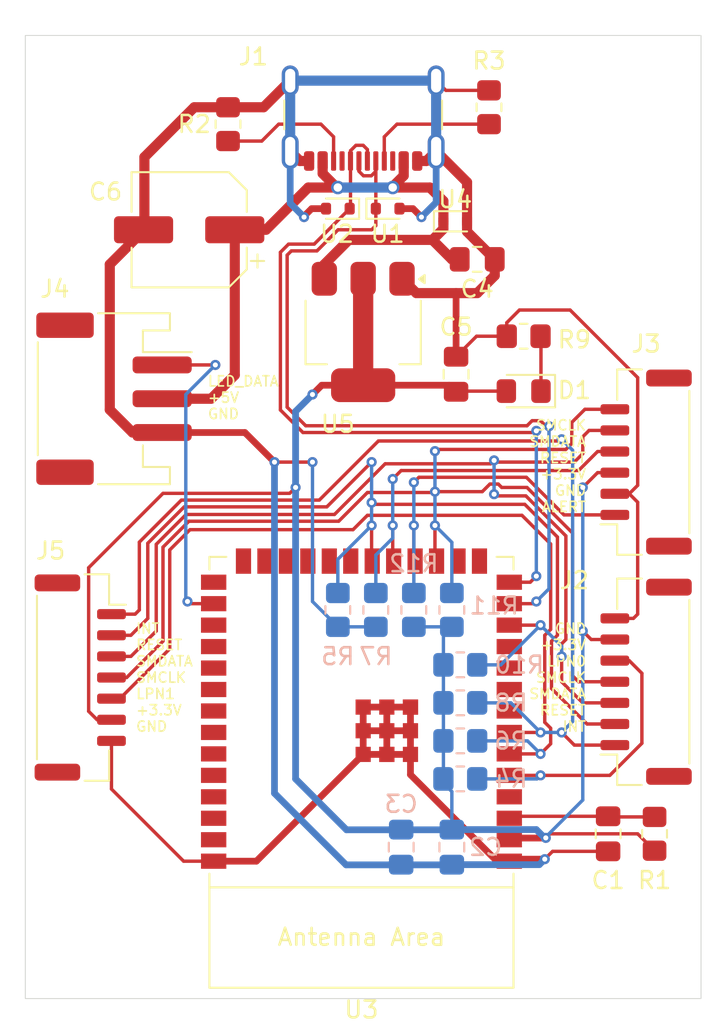
<source format=kicad_pcb>
(kicad_pcb (version 20240108) (generator "pcbnew") (generator_version "8.0")
  (layers (0 "F.Cu" signal) (31 "B.Cu" signal) (34 "B.Paste" user) (35 "F.Paste" user) (36 "B.SilkS" user "B.Silkscreen") (37 "F.SilkS" user "F.Silkscreen") (38 "B.Mask" user) (39 "F.Mask" user) (44 "Edge.Cuts" user))
  (net 0 "")
  (net 1 "GND")
  (net 2 "Net-(U3-EN)")
  (net 3 "+3.3V")
  (net 4 "+5V")
  (net 6 "USB_D-")
  (net 7 "Net-(J1-CC2)")
  (net 8 "USB_D+")
  (net 11 "Net-(J1-CC1)")
  (net 12 "ALERT")
  (net 13 "SMDATA")
  (net 14 "RESET")
  (net 15 "SMCLK")
  (net 16 "TOF_LPN0")
  (net 17 "TOF_RESET")
  (net 18 "TOF_LPN1")
  (net 19 "TOF_INT")
  (net 34 "LED_DATA")
  (net 45 "Net-(D1-K)")
  (footprint "PCM_Espressif:ESP32-S3-WROOM-1" (layer "F.Cu") (at 124.15 104.86 180)
    (property "Reference" "U3")
    (property "Value" "ESP32-S3-WROOM-1")
  )
  (footprint "Package_TO_SOT_SMD:SOT-223-3_TabPin2" (layer "F.Cu") (at 124.25 81.8 -90)
    (property "Reference" "U5")
    (property "Value" "TLV1117-33")
  )
  (footprint "Capacitor_SMD:C_0805_2012Metric_Pad1.18x1.45mm_HandSolder" (layer "F.Cu") (at 129.75 84.3 90)
    (property "Reference" "C5")
    (property "Value" "1uF")
  )
  (footprint "Logo:Snep_Copper" (layer "F.Cu") (at 138.5 75)
    (property "Reference" "G***" (hide yes))
    (property "Value" "LOGO" (hide yes))
  )
  (footprint "Diode_SMD:D_SOD-523" (layer "F.Cu") (at 129.7 75.25)
    (property "Reference" "U4")
    (property "Value" "TPD1E05U06DYA")
  )
  (footprint "Capacitor_SMD:C_0805_2012Metric_Pad1.18x1.45mm_HandSolder" (layer "F.Cu") (at 138.75 111.5 -90)
    (property "Reference" "C1")
    (property "Value" "1uF")
  )
  (footprint "Capacitor_SMD:C_0805_2012Metric_Pad1.18x1.45mm_HandSolder" (layer "F.Cu") (at 131 77.5)
    (property "Reference" "C4")
    (property "Value" "1uF")
  )
  (footprint "MountingHole:MountingHole_2.2mm_M2" (layer "F.Cu") (at 140.25 117.25)
    (property "Reference" "H4" (hide yes))
    (property "Value" "MountingHole")
  )
  (footprint "Connector_USB:USB_C_Receptacle_GCT_USB4105-xx-A_16P_TopMnt_Horizontal" (layer "F.Cu") (at 124.25 68 180)
    (property "Reference" "J1")
    (property "Value" "USB_C_Receptacle_USB2.0_16P")
  )
  (footprint "Resistor_SMD:R_0805_2012Metric_Pad1.20x1.40mm_HandSolder" (layer "F.Cu") (at 131.7 68.5 90)
    (property "Reference" "R3")
    (property "Value" "5.1k")
  )
  (footprint "Connector_JST:JST_GH_SM06B-GHS-TB_1x06-1MP_P1.25mm_Horizontal" (layer "F.Cu") (at 141 89.5 90)
    (property "Reference" "J3")
    (property "Value" "Conn_01x06_Socket")
  )
  (footprint "Connector_JST:JST_GH_SM07B-GHS-TB_1x07-1MP_P1.25mm_Horizontal" (layer "F.Cu") (at 107.5 102.25 -90)
    (property "Reference" "J5")
    (property "Value" "Conn_01x07_Socket")
  )
  (footprint "Connector_JST:JST_PH_S3B-PH-SM4-TB_1x03-1MP_P2.00mm_Horizontal" (layer "F.Cu") (at 109.5 85.75 -90)
    (property "Reference" "J4")
    (property "Value" "Conn_01x03_Socket")
  )
  (footprint "Resistor_SMD:R_0805_2012Metric_Pad1.20x1.40mm_HandSolder" (layer "F.Cu") (at 133.75 82.05 180)
    (property "Reference" "R9")
    (property "Value" "62R")
  )
  (footprint "Resistor_SMD:R_0805_2012Metric_Pad1.20x1.40mm_HandSolder" (layer "F.Cu") (at 116.25 69.5 90)
    (property "Reference" "R2")
    (property "Value" "5.1k")
  )
  (footprint "MountingHole:MountingHole_2.2mm_M2" (layer "F.Cu") (at 108.25 68.25)
    (property "Reference" "H2" (hide yes))
    (property "Value" "MountingHole")
  )
  (footprint "Diode_SMD:D_SOD-523" (layer "F.Cu") (at 122.75 74.5 180)
    (property "Reference" "U2")
    (property "Value" "TPD1E05U06DYA")
  )
  (footprint "MountingHole:MountingHole_2.2mm_M2" (layer "F.Cu") (at 108.25 117.25)
    (property "Reference" "H3" (hide yes))
    (property "Value" "MountingHole")
  )
  (footprint "Diode_SMD:D_SOD-523" (layer "F.Cu") (at 125.7 74.5)
    (property "Reference" "U1")
    (property "Value" "TPD1E05U06DYA")
  )
  (footprint "LED_SMD:LED_0805_2012Metric_Pad1.15x1.40mm_HandSolder" (layer "F.Cu") (at 133.75 85.3 180)
    (property "Reference" "D1")
    (property "Value" "LED")
  )
  (footprint "Resistor_SMD:R_0805_2012Metric_Pad1.20x1.40mm_HandSolder" (layer "F.Cu") (at 141.5 111.5 -90)
    (property "Reference" "R1")
    (property "Value" "10k")
  )
  (footprint "Connector_JST:JST_GH_SM07B-GHS-TB_1x07-1MP_P1.25mm_Horizontal" (layer "F.Cu") (at 141 102.5 90)
    (property "Reference" "J2")
    (property "Value" "Conn_01x07_Socket")
  )
  (footprint "MountingHole:MountingHole_2.2mm_M2" (layer "F.Cu") (at 140.25 68.25)
    (property "Reference" "H1" (hide yes))
    (property "Value" "MountingHole")
  )
  (footprint "Capacitor_SMD:CP_Elec_6.3x5.8" (layer "F.Cu") (at 113.95 75.75 180)
    (property "Reference" "C6")
    (property "Value" "100uF")
  )
  (footprint "Resistor_SMD:R_0805_2012Metric_Pad1.20x1.40mm_HandSolder" (layer "B.Cu") (at 122.75 98.25 90)
    (property "Reference" "R5")
    (property "Value" "47k")
  )
  (footprint "Resistor_SMD:R_0805_2012Metric_Pad1.20x1.40mm_HandSolder" (layer "B.Cu") (at 130 103.75 180)
    (property "Reference" "R8")
    (property "Value" "47k")
  )
  (footprint "Resistor_SMD:R_0805_2012Metric_Pad1.20x1.40mm_HandSolder" (layer "B.Cu") (at 125 98.25 90)
    (property "Reference" "R7")
    (property "Value" "10k")
  )
  (footprint "Capacitor_SMD:C_0805_2012Metric_Pad1.18x1.45mm_HandSolder" (layer "B.Cu") (at 129.5 112.2875 90)
    (property "Reference" "C2")
    (property "Value" "10uF")
  )
  (footprint "Resistor_SMD:R_0805_2012Metric_Pad1.20x1.40mm_HandSolder" (layer "B.Cu") (at 130 108.25 180)
    (property "Reference" "R4")
    (property "Value" "47k")
  )
  (footprint "Capacitor_SMD:C_0805_2012Metric_Pad1.18x1.45mm_HandSolder" (layer "B.Cu") (at 126.5 112.2875 90)
    (property "Reference" "C3")
    (property "Value" "0.1uF")
  )
  (footprint "Resistor_SMD:R_0805_2012Metric_Pad1.20x1.40mm_HandSolder" (layer "B.Cu") (at 129.5 98.25 -90)
    (property "Reference" "R11")
    (property "Value" "10k")
  )
  (footprint "Resistor_SMD:R_0805_2012Metric_Pad1.20x1.40mm_HandSolder" (layer "B.Cu") (at 130 101.5 180)
    (property "Reference" "R10")
    (property "Value" "10k")
  )
  (footprint "Resistor_SMD:R_0805_2012Metric_Pad1.20x1.40mm_HandSolder" (layer "B.Cu") (at 127.25 98.25 -90)
    (property "Reference" "R12")
    (property "Value" "10k")
  )
  (footprint "Resistor_SMD:R_0805_2012Metric_Pad1.20x1.40mm_HandSolder" (layer "B.Cu") (at 130 106 180)
    (property "Reference" "R6")
    (property "Value" "47k")
  )
  (gr_rect (start 104.25 64.25) (end 144.25 121.25) (stroke (width 0.05)) (fill none) (layer "Edge.Cuts"))
  (gr_text "SMCLK\nSMDATA\nRESET\n+3.3V\nGND\nALERT" (at 137.5 92.5 0) (layer "F.SilkS") (effects (font (size 0.6 0.6) (thickness 0.1) (bold yes)) (justify right bottom)))
  (gr_text "INT\nRESET\nSMDATA\nSMCLK\nLPN1\n+3.3V\nGND" (at 110.75 105.5 0) (layer "F.SilkS") (effects (font (size 0.6 0.6) (thickness 0.1)) (justify left bottom)))
  (gr_text "GND\n+3.3V\nLPN0\nSMCLK\nSMDATA\nRESET\nINT" (at 137.5 105.5 0) (layer "F.SilkS") (effects (font (size 0.6 0.6) (thickness 0.1) (bold yes)) (justify right bottom)))
  (gr_text "LED_DATA\n+5V\nGND" (at 115 87 0) (layer "F.SilkS") (effects (font (size 0.6 0.6) (thickness 0.1)) (justify left bottom)))
  (segment (start 127.995 71.68) (end 128.57 71.105) (width 0.6) (layer "F.Cu") (net 1))
  (segment (start 126.55 78.65) (end 127.4 79.5) (width 0.6) (layer "F.Cu") (net 1))
  (segment (start 117.93 113.12) (end 124.25 106.8) (width 0.4) (layer "F.Cu") (net 1))
  (segment (start 129.145 67.5) (end 128.57 66.925) (width 0.2) (layer "F.Cu") (net 1))
  (segment (start 111.3 75.75) (end 111.3 71.45) (width 0.6) (layer "F.Cu") (net 1))
  (segment (start 127.45 71.68) (end 127.995 71.68) (width 0.6) (layer "F.Cu") (net 1))
  (segment (start 109.35 108.85) (end 109.35 106) (width 0.2) (layer "F.Cu") (net 1))
  (segment (start 110.6 87.75) (end 112.35 87.75) (width 0.6) (layer "F.Cu") (net 1))
  (segment (start 121.05 71.68) (end 120.505 71.68) (width 0.6) (layer "F.Cu") (net 1))
  (segment (start 127.2 74.5) (end 127.7 75) (width 0.4) (layer "F.Cu") (net 1))
  (segment (start 125.65 104) (end 125.65 106.8) (width 0.4) (layer "F.Cu") (net 1))
  (segment (start 109.25 77.8) (end 109.25 86.4) (width 0.6) (layer "F.Cu") (net 1))
  (segment (start 129.75 79.5) (end 131 79.5) (width 0.6) (layer "F.Cu") (net 1))
  (segment (start 129.75 83.2625) (end 129.75 79.5) (width 0.4) (layer "F.Cu") (net 1))
  (segment (start 131.7 67.5) (end 129.145 67.5) (width 0.2) (layer "F.Cu") (net 1))
  (segment (start 140.5 91.875001) (end 139.999999 91.375) (width 0.2) (layer "F.Cu") (net 1))
  (segment (start 120.505 71.68) (end 119.93 71.105) (width 0.6) (layer "F.Cu") (net 1))
  (segment (start 130.4 75.25) (end 130.4 72.935) (width 0.6) (layer "F.Cu") (net 1))
  (segment (start 132.75 81.25) (end 132.75 82.05) (width 0.2) (layer "F.Cu") (net 1))
  (segment (start 115.4 113.12) (end 117.93 113.12) (width 0.4) (layer "F.Cu") (net 1))
  (segment (start 122.05 74.5) (end 121.2 74.5) (width 0.4) (layer "F.Cu") (net 1))
  (segment (start 124.25 106.8) (end 124.25 104) (width 0.4) (layer "F.Cu") (net 1))
  (segment (start 133.02 113) (end 132.9 113.12) (width 0.4) (layer "F.Cu") (net 1))
  (segment (start 139.999999 91.375) (end 140.5 90.874999) (width 0.2) (layer "F.Cu") (net 1))
  (segment (start 118.355 68.5) (end 119.93 66.925) (width 0.6) (layer "F.Cu") (net 1))
  (segment (start 127.05 108) (end 132.17 113.12) (width 0.4) (layer "F.Cu") (net 1))
  (segment (start 135.4625 112.5375) (end 135 113) (width 0.2) (layer "F.Cu") (net 1))
  (segment (start 139.15 98.75) (end 140.25 98.75) (width 0.2) (layer "F.Cu") (net 1))
  (segment (start 130.4 75.8625) (end 132.0375 77.5) (width 0.6) (layer "F.Cu") (net 1))
  (segment (start 130.9625 82.05) (end 132.75 82.05) (width 0.2) (layer "F.Cu") (net 1))
  (segment (start 115.4 113.12) (end 113.62 113.12) (width 0.2) (layer "F.Cu") (net 1))
  (segment (start 117.25 87.75) (end 112.35 87.75) (width 0.4) (layer "F.Cu") (net 1))
  (segment (start 124.25 104) (end 127.05 104) (width 0.4) (layer "F.Cu") (net 1))
  (segment (start 140.5 90.874999) (end 140.5 84.5) (width 0.2) (layer "F.Cu") (net 1))
  (segment (start 140.5 84.5) (end 136.5 80.5) (width 0.2) (layer "F.Cu") (net 1))
  (segment (start 132.0375 78.4625) (end 132.0375 77.5) (width 0.6) (layer "F.Cu") (net 1))
  (segment (start 124.25 105.4) (end 127.05 105.4) (width 0.4) (layer "F.Cu") (net 1))
  (segment (start 130.4 72.935) (end 128.57 71.105) (width 0.6) (layer "F.Cu") (net 1))
  (segment (start 113.62 113.12) (end 109.35 108.85) (width 0.2) (layer "F.Cu") (net 1))
  (segment (start 133.5 80.5) (end 132.75 81.25) (width 0.2) (layer "F.Cu") (net 1))
  (segment (start 132.17 113.12) (end 132.9 113.12) (width 0.4) (layer "F.Cu") (net 1))
  (segment (start 127.05 106.8) (end 124.25 106.8) (width 0.4) (layer "F.Cu") (net 1))
  (segment (start 114.25 68.5) (end 116.25 68.5) (width 0.6) (layer "F.Cu") (net 1))
  (segment (start 139.15 91.375) (end 139.999999 91.375) (width 0.2) (layer "F.Cu") (net 1))
  (segment (start 131 79.5) (end 132.0375 78.4625) (width 0.6) (layer "F.Cu") (net 1))
  (segment (start 130.4 75.25) (end 130.4 75.8625) (width 0.6) (layer "F.Cu") (net 1))
  (segment (start 111.3 75.75) (end 109.25 77.8) (width 0.6) (layer "F.Cu") (net 1))
  (segment (start 121.25 89.5) (end 119 89.5) (width 0.2) (layer "F.Cu") (net 1))
  (segment (start 127.05 104) (end 127.05 106.8) (width 0.4) (layer "F.Cu") (net 1))
  (segment (start 126.4 74.5) (end 127.2 74.5) (width 0.4) (layer "F.Cu") (net 1))
  (segment (start 136.5 80.5) (end 133.5 80.5) (width 0.2) (layer "F.Cu") (net 1))
  (segment (start 119 89.5) (end 117.25 87.75) (width 0.4) (layer "F.Cu") (net 1))
  (segment (start 140.25 98.75) (end 140.5 98.5) (width 0.2) (layer "F.Cu") (net 1))
  (segment (start 127.4 79.5) (end 129.75 79.5) (width 0.6) (layer "F.Cu") (net 1))
  (segment (start 135 113) (end 133.02 113) (width 0.4) (layer "F.Cu") (net 1))
  (segment (start 130.9625 82.05) (end 129.75 83.2625) (width 0.2) (layer "F.Cu") (net 1))
  (segment (start 140.5 98.5) (end 140.5 91.875001) (width 0.2) (layer "F.Cu") (net 1))
  (segment (start 109.25 86.4) (end 110.6 87.75) (width 0.6) (layer "F.Cu") (net 1))
  (segment (start 121.2 74.5) (end 120.7 75) (width 0.4) (layer "F.Cu") (net 1))
  (segment (start 138.75 112.5375) (end 135.4625 112.5375) (width 0.2) (layer "F.Cu") (net 1))
  (segment (start 111.3 71.45) (end 114.25 68.5) (width 0.6) (layer "F.Cu") (net 1))
  (segment (start 127.05 106.8) (end 127.05 108) (width 0.4) (layer "F.Cu") (net 1))
  (segment (start 116.25 68.5) (end 118.355 68.5) (width 0.6) (layer "F.Cu") (net 1))
  (via (at 120.75 75) (size 0.6) (drill 0.3) (layers "F.Cu" "B.Cu") (net 1))
  (via (at 121.25 89.5) (size 0.6) (drill 0.3) (layers "F.Cu" "B.Cu") (net 1))
  (via (at 135 113) (size 0.6) (drill 0.3) (layers "F.Cu" "B.Cu") (net 1))
  (via (at 127.7 75) (size 0.6) (drill 0.3) (layers "F.Cu" "B.Cu") (net 1))
  (via (at 119 89.5) (size 0.6) (drill 0.3) (layers "F.Cu" "B.Cu") (net 1))
  (segment (start 129.5 113.325) (end 134.675 113.325) (width 0.4) (layer "B.Cu") (net 1))
  (segment (start 120.75 75) (end 119.93 74.18) (width 0.4) (layer "B.Cu") (net 1))
  (segment (start 119.93 66.925) (end 119.93 71.105) (width 0.6) (layer "B.Cu") (net 1))
  (segment (start 128.57 74.13) (end 128.57 71.105) (width 0.4) (layer "B.Cu") (net 1))
  (segment (start 125.75 113.3375) (end 129.4875 113.3375) (width 0.4) (layer "B.Cu") (net 1))
  (segment (start 121.25 97.75) (end 121.25 89.5) (width 0.2) (layer "B.Cu") (net 1))
  (segment (start 119.93 74.18) (end 119.93 71.105) (width 0.4) (layer "B.Cu") (net 1))
  (segment (start 119 109.098528) (end 123.238972 113.3375) (width 0.4) (layer "B.Cu") (net 1))
  (segment (start 123.238972 113.3375) (end 125.75 113.3375) (width 0.4) (layer "B.Cu") (net 1))
  (segment (start 119 89.5) (end 119 109.098528) (width 0.4) (layer "B.Cu") (net 1))
  (segment (start 127.7 75) (end 128.57 74.13) (width 0.4) (layer "B.Cu") (net 1))
  (segment (start 122.75 99.25) (end 125 99.25) (width 0.2) (layer "B.Cu") (net 1))
  (segment (start 122.75 99.25) (end 121.25 97.75) (width 0.2) (layer "B.Cu") (net 1))
  (segment (start 129.4875 113.3375) (end 129.5 113.325) (width 0.4) (layer "B.Cu") (net 1))
  (segment (start 128.57 66.925) (end 128.57 71.105) (width 0.6) (layer "B.Cu") (net 1))
  (segment (start 119.93 66.925) (end 128.57 66.925) (width 0.6) (layer "B.Cu") (net 1))
  (segment (start 134.675 113.325) (end 135 113) (width 0.4) (layer "B.Cu") (net 1))
  (segment (start 138.75 110.4625) (end 133.0175 110.4625) (width 0.2) (layer "F.Cu") (net 2))
  (segment (start 138.7875 110.5) (end 138.75 110.4625) (width 0.2) (layer "F.Cu") (net 2))
  (segment (start 141.5 110.5) (end 138.7875 110.5) (width 0.2) (layer "F.Cu") (net 2))
  (segment (start 133.0175 110.4625) (end 132.9 110.58) (width 0.2) (layer "F.Cu") (net 2))
  (segment (start 135 111.75) (end 133 111.75) (width 0.4) (layer "F.Cu") (net 3))
  (segment (start 140.5 111.5) (end 135.301628 111.5) (width 0.2) (layer "F.Cu") (net 3))
  (segment (start 139.15 100) (end 137.75 100) (width 0.2) (layer "F.Cu") (net 3))
  (segment (start 108 104.249999) (end 108.500001 104.75) (width 0.2) (layer "F.Cu") (net 3))
  (segment (start 129.3625 84.95) (end 129.75 85.3375) (width 0.4) (layer "F.Cu") (net 3))
  (segment (start 141.5 112.5) (end 140.5 111.5) (width 0.2) (layer "F.Cu") (net 3))
  (segment (start 135.301628 111.5) (end 135.061226 111.740402) (width 0.2) (layer "F.Cu") (net 3))
  (segment (start 139.15 90.125) (end 138.125 90.125) (width 0.2) (layer "F.Cu") (net 3))
  (segment (start 124.25 84.95) (end 121.8 84.95) (width 0.4) (layer "F.Cu") (net 3))
  (segment (start 124.25 78.65) (end 124.25 84.95) (width 1.2) (layer "F.Cu") (net 3))
  (segment (start 129.7875 85.3) (end 129.75 85.3375) (width 0.2) (layer "F.Cu") (net 3))
  (segment (start 121.8 84.95) (end 121.25 85.5) (width 0.4) (layer "F.Cu") (net 3))
  (segment (start 112.4 91.35) (end 108 95.75) (width 0.2) (layer "F.Cu") (net 3))
  (segment (start 108.500001 104.75) (end 109.35 104.75) (width 0.2) (layer "F.Cu") (net 3))
  (segment (start 137.75 100) (end 137.25 99.5) (width 0.2) (layer "F.Cu") (net 3))
  (segment (start 133 111.75) (end 132.9 111.85) (width 0.4) (layer "F.Cu") (net 3))
  (segment (start 119.9 91.35) (end 112.4 91.35) (width 0.2) (layer "F.Cu") (net 3))
  (segment (start 120.25 91) (end 119.9 91.35) (width 0.2) (layer "F.Cu") (net 3))
  (segment (start 124.25 84.95) (end 129.3625 84.95) (width 0.4) (layer "F.Cu") (net 3))
  (segment (start 108 95.75) (end 108 104.249999) (width 0.2) (layer "F.Cu") (net 3))
  (segment (start 132.725 85.3) (end 129.7875 85.3) (width 0.2) (layer "F.Cu") (net 3))
  (segment (start 138.125 90.125) (end 137.25 91) (width 0.2) (layer "F.Cu") (net 3))
  (via (at 137.25 99.5) (size 0.6) (drill 0.3) (layers "F.Cu" "B.Cu") (net 3))
  (via (at 120.25 91) (size 0.6) (drill 0.3) (layers "F.Cu" "B.Cu") (net 3))
  (via (at 121.25 85.5) (size 0.6) (drill 0.3) (layers "F.Cu" "B.Cu") (net 3))
  (via (at 135.061226 111.740402) (size 0.6) (drill 0.3) (layers "F.Cu" "B.Cu") (net 3))
  (via (at 137.25 91) (size 0.6) (drill 0.3) (layers "F.Cu" "B.Cu") (net 3))
  (segment (start 129 101.5) (end 129 99.75) (width 0.2) (layer "B.Cu") (net 3))
  (segment (start 137.25 91) (end 137.25 99.5) (width 0.2) (layer "B.Cu") (net 3))
  (segment (start 120.25 108.25) (end 120.25 86.5) (width 0.4) (layer "B.Cu") (net 3))
  (segment (start 123.2625 111.2625) (end 120.25 108.25) (width 0.4) (layer "B.Cu") (net 3))
  (segment (start 137.25 109.5) (end 135 111.75) (width 0.2) (layer "B.Cu") (net 3))
  (segment (start 120.25 86.5) (end 121.25 85.5) (width 0.4) (layer "B.Cu") (net 3))
  (segment (start 129 99.75) (end 129.5 99.25) (width 0.2) (layer "B.Cu") (net 3))
  (segment (start 125.75 111.2625) (end 123.2625 111.2625) (width 0.4) (layer "B.Cu") (net 3))
  (segment (start 137.25 99.5) (end 137.25 109.5) (width 0.2) (layer "B.Cu") (net 3))
  (segment (start 129 108.5) (end 129.5 109) (width 0.2) (layer "B.Cu") (net 3))
  (segment (start 129 108.25) (end 129 101.5) (width 0.2) (layer "B.Cu") (net 3))
  (segment (start 129.5 109) (end 129.5 111.25) (width 0.2) (layer "B.Cu") (net 3))
  (segment (start 129.4875 111.2625) (end 129.5 111.25) (width 0.4) (layer "B.Cu") (net 3))
  (segment (start 127.25 99.25) (end 129.5 99.25) (width 0.2) (layer "B.Cu") (net 3))
  (segment (start 134.5 111.25) (end 135 111.75) (width 0.4) (layer "B.Cu") (net 3))
  (segment (start 129 108.25) (end 129 108.5) (width 0.2) (layer "B.Cu") (net 3))
  (segment (start 129.5 111.25) (end 134.5 111.25) (width 0.4) (layer "B.Cu") (net 3))
  (segment (start 125.75 111.2625) (end 129.4875 111.2625) (width 0.4) (layer "B.Cu") (net 3))
  (segment (start 123.4 76.35) (end 121.95 77.8) (width 0.6) (layer "F.Cu") (net 4))
  (segment (start 121.95 77.8) (end 121.95 78.65) (width 0.6) (layer "F.Cu") (net 4))
  (segment (start 122.75 73.25) (end 122.679748 73.25) (width 0.6) (layer "F.Cu") (net 4))
  (segment (start 122.75 73.25) (end 121 73.25) (width 0.6) (layer "F.Cu") (net 4))
  (segment (start 115.25 85.75) (end 112.35 85.75) (width 0.6) (layer "F.Cu") (net 4))
  (segment (start 129 74.05) (end 129 75.25) (width 0.6) (layer "F.Cu") (net 4))
  (segment (start 128.2 73.25) (end 129 74.05) (width 0.6) (layer "F.Cu") (net 4))
  (segment (start 122.679748 73.25) (end 121.85 72.420252) (width 0.6) (layer "F.Cu") (net 4))
  (segment (start 128.35 76.35) (end 129.5 77.5) (width 0.6) (layer "F.Cu") (net 4))
  (segment (start 121.85 72.420252) (end 121.85 71.68) (width 0.6) (layer "F.Cu") (net 4))
  (segment (start 118.5 75.75) (end 121 73.25) (width 0.6) (layer "F.Cu") (net 4))
  (segment (start 128.35 76.35) (end 123.4 76.35) (width 0.6) (layer "F.Cu") (net 4))
  (segment (start 128.35 76.35) (end 129 75.7) (width 0.6) (layer "F.Cu") (net 4))
  (segment (start 129 75.25) (end 129 75.7) (width 0.6) (layer "F.Cu") (net 4))
  (segment (start 126 73.25) (end 126 73.2) (width 0.6) (layer "F.Cu") (net 4))
  (segment (start 116.65 75.75) (end 116.65 84.35) (width 0.6) (layer "F.Cu") (net 4))
  (segment (start 116.65 84.35) (end 115.25 85.75) (width 0.6) (layer "F.Cu") (net 4))
  (segment (start 126 73.25) (end 128.2 73.25) (width 0.6) (layer "F.Cu") (net 4))
  (segment (start 116.7 75.75) (end 118.5 75.75) (width 0.6) (layer "F.Cu") (net 4))
  (segment (start 126.65 72.55) (end 126.65 71.68) (width 0.6) (layer "F.Cu") (net 4))
  (segment (start 126 73.2) (end 126.65 72.55) (width 0.6) (layer "F.Cu") (net 4))
  (segment (start 129.5 77.5) (end 129.9625 77.5) (width 0.6) (layer "F.Cu") (net 4))
  (via (at 126 73.25) (size 0.8) (drill 0.5) (layers "F.Cu" "B.Cu") (net 4))
  (via (at 122.75 73.25) (size 0.8) (drill 0.5) (layers "F.Cu" "B.Cu") (net 4))
  (segment (start 122.75 73.25) (end 126 73.25) (width 0.6) (layer "B.Cu") (net 4))
  (segment (start 124.73241 72.555) (end 125 72.28741) (width 0.2) (layer "F.Cu") (net 6))
  (segment (start 125 75.5) (end 125 74.5) (width 0.2) (layer "F.Cu") (net 6))
  (segment (start 134.251471 87.05) (end 133.951471 87.35) (width 0.2) (layer "F.Cu") (net 6))
  (segment (start 134.5 97.75) (end 134.37 97.88) (width 0.2) (layer "F.Cu") (net 6))
  (segment (start 134.748529 87.05) (end 134.251471 87.05) (width 0.2) (layer "F.Cu") (net 6))
  (segment (start 135.078057 87.379528) (end 134.748529 87.05) (width 0.2) (layer "F.Cu") (net 6))
  (segment (start 120.85 87.35) (end 119.75 86.25) (width 0.2) (layer "F.Cu") (net 6))
  (segment (start 119.75 77.25) (end 120 77) (width 0.2) (layer "F.Cu") (net 6))
  (segment (start 119.75 86.25) (end 119.75 77.25) (width 0.2) (layer "F.Cu") (net 6))
  (segment (start 124.26759 72.555) (end 124.73241 72.555) (width 0.2) (layer "F.Cu") (net 6))
  (segment (start 124 72.28741) (end 124.26759 72.555) (width 0.2) (layer "F.Cu") (net 6))
  (segment (start 124.75 75.75) (end 125 75.5) (width 0.2) (layer "F.Cu") (net 6))
  (segment (start 122.765686 75.75) (end 124.75 75.75) (width 0.2) (layer "F.Cu") (net 6))
  (segment (start 124 71.68) (end 124 72.28741) (width 0.2) (layer "F.Cu") (net 6))
  (segment (start 125 72.28741) (end 125 71.68) (width 0.2) (layer "F.Cu") (net 6))
  (segment (start 134.37 97.88) (end 132.9 97.88) (width 0.2) (layer "F.Cu") (net 6))
  (segment (start 133.951471 87.35) (end 120.85 87.35) (width 0.2) (layer "F.Cu") (net 6))
  (segment (start 120 77) (end 121.515686 77) (width 0.2) (layer "F.Cu") (net 6))
  (segment (start 121.515686 77) (end 122.765686 75.75) (width 0.2) (layer "F.Cu") (net 6))
  (segment (start 125 71.68) (end 125 74.5) (width 0.2) (layer "F.Cu") (net 6))
  (segment (start 135.252893 87.379528) (end 135.078057 87.379528) (width 0.2) (layer "F.Cu") (net 6))
  (via (at 135.252893 87.379528) (size 0.6) (drill 0.3) (layers "F.Cu" "B.Cu") (net 6))
  (via (at 134.5 97.75) (size 0.6) (drill 0.3) (layers "F.Cu" "B.Cu") (net 6))
  (segment (start 135.25 97) (end 135.25 87.382421) (width 0.2) (layer "B.Cu") (net 6))
  (segment (start 135.25 87.382421) (end 135.252893 87.379528) (width 0.2) (layer "B.Cu") (net 6))
  (segment (start 134.5 97.75) (end 135.25 97) (width 0.2) (layer "B.Cu") (net 6))
  (segment (start 118.25 70.5) (end 116.25 70.5) (width 0.2) (layer "F.Cu") (net 7))
  (segment (start 119.25 69.5) (end 121.75 69.5) (width 0.2) (layer "F.Cu") (net 7))
  (segment (start 121.75 69.5) (end 122.5 70.25) (width 0.2) (layer "F.Cu") (net 7))
  (segment (start 119.25 69.5) (end 118.25 70.5) (width 0.2) (layer "F.Cu") (net 7))
  (segment (start 122.5 70.25) (end 122.5 71.68) (width 0.2) (layer "F.Cu") (net 7))
  (segment (start 119.834314 76.6) (end 119.35 77.084314) (width 0.2) (layer "F.Cu") (net 8))
  (segment (start 123.5 71.07259) (end 123.82259 70.75) (width 0.2) (layer "F.Cu") (net 8))
  (segment (start 121.35 76.6) (end 119.834314 76.6) (width 0.2) (layer "F.Cu") (net 8))
  (segment (start 123.5 71.68) (end 123.5 71.07259) (width 0.2) (layer "F.Cu") (net 8))
  (segment (start 120.684314 87.75) (end 134.4 87.75) (width 0.2) (layer "F.Cu") (net 8))
  (segment (start 124.5 71) (end 124.5 71.68) (width 0.2) (layer "F.Cu") (net 8))
  (segment (start 119.35 77.084314) (end 119.35 86.415686) (width 0.2) (layer "F.Cu") (net 8))
  (segment (start 134.4 87.75) (end 134.5 87.65) (width 0.2) (layer "F.Cu") (net 8))
  (segment (start 123.5 74.45) (end 123.45 74.5) (width 0.2) (layer "F.Cu") (net 8))
  (segment (start 123.82259 70.75) (end 124.25 70.75) (width 0.2) (layer "F.Cu") (net 8))
  (segment (start 134.5 96.25) (end 134.14 96.61) (width 0.2) (layer "F.Cu") (net 8))
  (segment (start 119.35 86.415686) (end 120.684314 87.75) (width 0.2) (layer "F.Cu") (net 8))
  (segment (start 134.14 96.61) (end 132.9 96.61) (width 0.2) (layer "F.Cu") (net 8))
  (segment (start 123.5 71.68) (end 123.5 74.45) (width 0.2) (layer "F.Cu") (net 8))
  (segment (start 123.45 74.5) (end 121.35 76.6) (width 0.2) (layer "F.Cu") (net 8))
  (segment (start 124.25 70.75) (end 124.5 71) (width 0.2) (layer "F.Cu") (net 8))
  (via (at 134.5 87.65) (size 0.6) (drill 0.3) (layers "F.Cu" "B.Cu") (net 8))
  (via (at 134.5 96.25) (size 0.6) (drill 0.3) (layers "F.Cu" "B.Cu") (net 8))
  (segment (start 134.5 87.65) (end 134.5 96.25) (width 0.2) (layer "B.Cu") (net 8))
  (segment (start 125.5 70.25) (end 126.25 69.5) (width 0.2) (layer "F.Cu") (net 11))
  (segment (start 125.5 71.68) (end 125.5 70.25) (width 0.2) (layer "F.Cu") (net 11))
  (segment (start 126.25 69.5) (end 131.7 69.5) (width 0.2) (layer "F.Cu") (net 11))
  (segment (start 127.25 90.7) (end 127.55 90.4) (width 0.2) (layer "F.Cu") (net 12))
  (segment (start 127.25 93.25) (end 127.25 95.285) (width 0.2) (layer "F.Cu") (net 12))
  (segment (start 127.55 90.4) (end 133.912744 90.4) (width 0.2) (layer "F.Cu") (net 12))
  (segment (start 136.137744 92.625) (end 139.9 92.625) (width 0.2) (layer "F.Cu") (net 12))
  (segment (start 127.25 95.285) (end 127.325 95.36) (width 0.2) (layer "F.Cu") (net 12))
  (segment (start 133.912744 90.4) (end 136.137744 92.625) (width 0.2) (layer "F.Cu") (net 12))
  (via (at 127.25 90.7) (size 0.6) (drill 0.3) (layers "F.Cu" "B.Cu") (net 12))
  (via (at 127.25 93.25) (size 0.6) (drill 0.3) (layers "F.Cu" "B.Cu") (net 12))
  (segment (start 127.25 97.25) (end 127.25 93.25) (width 0.2) (layer "B.Cu") (net 12))
  (segment (start 127.25 90.7) (end 127.25 93.25) (width 0.2) (layer "B.Cu") (net 12))
  (segment (start 137.625 87.625) (end 139.15 87.625) (width 0.2) (layer "F.Cu") (net 13))
  (segment (start 136 101) (end 136 102.5) (width 0.2) (layer "F.Cu") (net 13))
  (segment (start 136.25 100) (end 136.25 93.868628) (width 0.2) (layer "F.Cu") (net 13))
  (segment (start 112 99.5) (end 112 94.368628) (width 0.2) (layer "F.Cu") (net 13))
  (segment (start 110.5 101) (end 112 99.5) (width 0.2) (layer "F.Cu") (net 13))
  (segment (start 131.8 89.6) (end 132 89.4) (width 0.2) (layer "F.Cu") (net 13))
  (segment (start 122.551471 92.6) (end 125.551471 89.6) (width 0.2) (layer "F.Cu") (net 13))
  (segment (start 134.75 99.15) (end 132.9 99.15) (width 0.2) (layer "F.Cu") (net 13))
  (segment (start 112 94.368628) (end 113.768628 92.6) (width 0.2) (layer "F.Cu") (net 13))
  (segment (start 136 101) (end 136 100.25) (width 0.2) (layer "F.Cu") (net 13))
  (segment (start 136.25 93.868628) (end 133.881372 91.5) (width 0.2) (layer "F.Cu") (net 13))
  (segment (start 136 102.5) (end 137.25 103.75) (width 0.2) (layer "F.Cu") (net 13))
  (segment (start 109.35 101) (end 110.5 101) (width 0.2) (layer "F.Cu") (net 13))
  (segment (start 136 100.25) (end 136.25 100) (width 0.2) (layer "F.Cu") (net 13))
  (segment (start 133.881372 91.5) (end 132.1 91.5) (width 0.2) (layer "F.Cu") (net 13))
  (segment (start 137.25 103.75) (end 139.15 103.75) (width 0.2) (layer "F.Cu") (net 13))
  (segment (start 132.1 91.5) (end 132 91.4) (width 0.2) (layer "F.Cu") (net 13))
  (segment (start 132.1 89.5) (end 136.75 89.5) (width 0.2) (layer "F.Cu") (net 13))
  (segment (start 136.75 89.5) (end 137.25 89) (width 0.2) (layer "F.Cu") (net 13))
  (segment (start 125.551471 89.6) (end 131.8 89.6) (width 0.2) (layer "F.Cu") (net 13))
  (segment (start 137.25 89) (end 137.25 88) (width 0.2) (layer "F.Cu") (net 13))
  (segment (start 113.768628 92.6) (end 122.551471 92.6) (width 0.2) (layer "F.Cu") (net 13))
  (segment (start 137.25 88) (end 137.625 87.625) (width 0.2) (layer "F.Cu") (net 13))
  (segment (start 132 89.4) (end 132.1 89.5) (width 0.2) (layer "F.Cu") (net 13))
  (via (at 136 101) (size 0.6) (drill 0.3) (layers "F.Cu" "B.Cu") (net 13))
  (via (at 132 89.4) (size 0.6) (drill 0.3) (layers "F.Cu" "B.Cu") (net 13))
  (via (at 132 91.4) (size 0.6) (drill 0.3) (layers "F.Cu" "B.Cu") (net 13))
  (via (at 134.75 99.15) (size 0.6) (drill 0.3) (layers "F.Cu" "B.Cu") (net 13))
  (segment (start 131 101.5) (end 132.4 101.5) (width 0.2) (layer "B.Cu") (net 13))
  (segment (start 136 100.4) (end 134.75 99.15) (width 0.2) (layer "B.Cu") (net 13))
  (segment (start 132 91.4) (end 132 89.4) (width 0.2) (layer "B.Cu") (net 13))
  (segment (start 132.4 101.5) (end 134.75 99.15) (width 0.2) (layer "B.Cu") (net 13))
  (segment (start 136 101) (end 136 100.4) (width 0.2) (layer "B.Cu") (net 13))
  (segment (start 126 95.305) (end 126.055 95.36) (width 0.2) (layer "F.Cu") (net 14))
  (segment (start 137 90) (end 138.125 88.875) (width 0.2) (layer "F.Cu") (net 14))
  (segment (start 126.5 90) (end 137 90) (width 0.2) (layer "F.Cu") (net 14))
  (segment (start 126 93.25) (end 126 95.305) (width 0.2) (layer "F.Cu") (net 14))
  (segment (start 138.125 88.875) (end 139.15 88.875) (width 0.2) (layer "F.Cu") (net 14))
  (segment (start 126 90.5) (end 126.5 90) (width 0.2) (layer "F.Cu") (net 14))
  (via (at 126 90.5) (size 0.6) (drill 0.3) (layers "F.Cu" "B.Cu") (net 14))
  (via (at 126 93.25) (size 0.6) (drill 0.3) (layers "F.Cu" "B.Cu") (net 14))
  (segment (start 125 97.25) (end 125 95) (width 0.2) (layer "B.Cu") (net 14))
  (segment (start 125 95) (end 126 94) (width 0.2) (layer "B.Cu") (net 14))
  (segment (start 126 94) (end 126 93.25) (width 0.2) (layer "B.Cu") (net 14))
  (segment (start 126 90.5) (end 126 93.25) (width 0.2) (layer "B.Cu") (net 14))
  (segment (start 136.65 93.702942) (end 136.65 102.15) (width 0.2) (layer "F.Cu") (net 15))
  (segment (start 128.5 95.265) (end 128.595 95.36) (width 0.2) (layer "F.Cu") (net 15))
  (segment (start 128.5 88.85) (end 128.6 88.75) (width 0.2) (layer "F.Cu") (net 15))
  (segment (start 128.5 93.25) (end 128.5 95.265) (width 0.2) (layer "F.Cu") (net 15))
  (segment (start 136.248529 88.75) (end 136.6 88.398529) (width 0.2) (layer "F.Cu") (net 15))
  (segment (start 132.448529 91) (end 133.947058 91) (width 0.2) (layer "F.Cu") (net 15))
  (segment (start 128.5 91.25) (end 128.45 91.3) (width 0.2) (layer "F.Cu") (net 15))
  (segment (start 128.6 88.75) (end 136.248529 88.75) (width 0.2) (layer "F.Cu") (net 15))
  (segment (start 133.947058 91) (end 136.65 93.702942) (width 0.2) (layer "F.Cu") (net 15))
  (segment (start 137.375 86.375) (end 139.15 86.375) (width 0.2) (layer "F.Cu") (net 15))
  (segment (start 136.6 88.398529) (end 136.6 87.15) (width 0.2) (layer "F.Cu") (net 15))
  (segment (start 131.751471 90.8) (end 132.248529 90.8) (width 0.2) (layer "F.Cu") (net 15))
  (segment (start 124.501471 91.3) (end 122.801471 93) (width 0.2) (layer "F.Cu") (net 15))
  (segment (start 112.4 94.534314) (end 112.4 100.1) (width 0.2) (layer "F.Cu") (net 15))
  (segment (start 128.5 91.25) (end 131.301471 91.25) (width 0.2) (layer "F.Cu") (net 15))
  (segment (start 131.301471 91.25) (end 131.751471 90.8) (width 0.2) (layer "F.Cu") (net 15))
  (segment (start 136.65 102.15) (end 137 102.5) (width 0.2) (layer "F.Cu") (net 15))
  (segment (start 136.6 87.15) (end 137.375 86.375) (width 0.2) (layer "F.Cu") (net 15))
  (segment (start 113.934314 93) (end 112.4 94.534314) (width 0.2) (layer "F.Cu") (net 15))
  (segment (start 122.801471 93) (end 113.934314 93) (width 0.2) (layer "F.Cu") (net 15))
  (segment (start 128.45 91.3) (end 124.501471 91.3) (width 0.2) (layer "F.Cu") (net 15))
  (segment (start 137 102.5) (end 139.15 102.5) (width 0.2) (layer "F.Cu") (net 15))
  (segment (start 112.4 100.1) (end 110.25 102.25) (width 0.2) (layer "F.Cu") (net 15))
  (segment (start 110.25 102.25) (end 109.35 102.25) (width 0.2) (layer "F.Cu") (net 15))
  (segment (start 132.248529 90.8) (end 132.448529 91) (width 0.2) (layer "F.Cu") (net 15))
  (via (at 128.5 91.25) (size 0.6) (drill 0.3) (layers "F.Cu" "B.Cu") (net 15))
  (via (at 128.5 88.85) (size 0.6) (drill 0.3) (layers "F.Cu" "B.Cu") (net 15))
  (via (at 128.5 93.25) (size 0.6) (drill 0.3) (layers "F.Cu" "B.Cu") (net 15))
  (segment (start 129.5 94.25) (end 128.5 93.25) (width 0.2) (layer "B.Cu") (net 15))
  (segment (start 128.5 88.85) (end 128.5 91.25) (width 0.2) (layer "B.Cu") (net 15))
  (segment (start 128.5 91.25) (end 128.5 93.25) (width 0.2) (layer "B.Cu") (net 15))
  (segment (start 129.5 97.25) (end 129.5 94.25) (width 0.2) (layer "B.Cu") (net 15))
  (segment (start 138.850552 108.04) (end 140.75 106.140552) (width 0.2) (layer "F.Cu") (net 16))
  (segment (start 134.75 108.04) (end 132.9 108.04) (width 0.2) (layer "F.Cu") (net 16))
  (segment (start 140 101.25) (end 139.15 101.25) (width 0.2) (layer "F.Cu") (net 16))
  (segment (start 134.75 108.04) (end 138.850552 108.04) (width 0.2) (layer "F.Cu") (net 16))
  (segment (start 140.75 102) (end 140 101.25) (width 0.2) (layer "F.Cu") (net 16))
  (segment (start 140.75 106.140552) (end 140.75 102) (width 0.2) (layer "F.Cu") (net 16))
  (via (at 134.75 108.04) (size 0.6) (drill 0.3) (layers "F.Cu" "B.Cu") (net 16))
  (segment (start 134.75 108.04) (end 134.54 108.25) (width 0.2) (layer "B.Cu") (net 16))
  (segment (start 134.54 108.25) (end 131 108.25) (width 0.2) (layer "B.Cu") (net 16))
  (segment (start 110.5 99.75) (end 109.35 99.75) (width 0.2) (layer "F.Cu") (net 17))
  (segment (start 124.75 95.325) (end 124.785 95.36) (width 0.2) (layer "F.Cu") (net 17))
  (segment (start 135.398529 100.101471) (end 135.75 99.75) (width 0.2) (layer "F.Cu") (net 17))
  (segment (start 111.5 98.75) (end 110.5 99.75) (width 0.2) (layer "F.Cu") (net 17))
  (segment (start 133.815686 92) (end 135.75 93.934314) (width 0.2) (layer "F.Cu") (net 17))
  (segment (start 135.398529 102.898529) (end 135.398529 100.101471) (width 0.2) (layer "F.Cu") (net 17))
  (segment (start 135.75 93.934314) (end 135.75 99.75) (width 0.2) (layer "F.Cu") (net 17))
  (segment (start 124.75 89.5) (end 122.1 92.15) (width 0.2) (layer "F.Cu") (net 17))
  (segment (start 124.85 92) (end 133.815686 92) (width 0.2) (layer "F.Cu") (net 17))
  (segment (start 139.15 105) (end 137.5 105) (width 0.2) (layer "F.Cu") (net 17))
  (segment (start 113.652942 92.15) (end 111.5 94.302942) (width 0.2) (layer "F.Cu") (net 17))
  (segment (start 111.5 94.302942) (end 111.5 98.75) (width 0.2) (layer "F.Cu") (net 17))
  (segment (start 124.75 93.25) (end 124.75 95.325) (width 0.2) (layer "F.Cu") (net 17))
  (segment (start 137.5 105) (end 135.398529 102.898529) (width 0.2) (layer "F.Cu") (net 17))
  (segment (start 122.1 92.15) (end 113.652942 92.15) (width 0.2) (layer "F.Cu") (net 17))
  (segment (start 124.75 91.9) (end 124.85 92) (width 0.2) (layer "F.Cu") (net 17))
  (via (at 124.75 89.5) (size 0.6) (drill 0.3) (layers "F.Cu" "B.Cu") (net 17))
  (via (at 124.75 93.25) (size 0.6) (drill 0.3) (layers "F.Cu" "B.Cu") (net 17))
  (via (at 124.75 91.9) (size 0.6) (drill 0.3) (layers "F.Cu" "B.Cu") (net 17))
  (segment (start 122.75 97.25) (end 122.75 95.25) (width 0.2) (layer "B.Cu") (net 17))
  (segment (start 124.75 91.9) (end 124.75 93.25) (width 0.2) (layer "B.Cu") (net 17))
  (segment (start 122.75 95.25) (end 124.75 93.25) (width 0.2) (layer "B.Cu") (net 17))
  (segment (start 124.75 91.9) (end 124.75 89.5) (width 0.2) (layer "B.Cu") (net 17))
  (segment (start 123.65147 93.5) (end 124.501471 92.65) (width 0.2) (layer "F.Cu") (net 18))
  (segment (start 112.8 100.549999) (end 109.849999 103.5) (width 0.2) (layer "F.Cu") (net 18))
  (segment (start 112.8 100.549999) (end 112.8 94.7) (width 0.2) (layer "F.Cu") (net 18))
  (segment (start 135.35 99.398529) (end 134.998529 99.75) (width 0.2) (layer "F.Cu") (net 18))
  (segment (start 134.998529 104.9) (end 135.35 105.251471) (width 0.2) (layer "F.Cu") (net 18))
  (segment (start 112.8 94.7) (end 114 93.5) (width 0.2) (layer "F.Cu") (net 18))
  (segment (start 109.849999 103.5) (end 109.35 103.5) (width 0.2) (layer "F.Cu") (net 18))
  (segment (start 124.501471 92.65) (end 133.65 92.65) (width 0.2) (layer "F.Cu") (net 18))
  (segment (start 135.35 94.35) (end 135.35 99.398529) (width 0.2) (layer "F.Cu") (net 18))
  (segment (start 132.9 106.77) (end 134.75 106.77) (width 0.2) (layer "F.Cu") (net 18))
  (segment (start 133.65 92.65) (end 135.35 94.35) (width 0.2) (layer "F.Cu") (net 18))
  (segment (start 135.35 105.251471) (end 135.35 106.17) (width 0.2) (layer "F.Cu") (net 18))
  (segment (start 134.998529 99.75) (end 134.998529 104.9) (width 0.2) (layer "F.Cu") (net 18))
  (segment (start 135.35 106.17) (end 134.75 106.77) (width 0.2) (layer "F.Cu") (net 18))
  (segment (start 114 93.5) (end 123.65147 93.5) (width 0.2) (layer "F.Cu") (net 18))
  (via (at 134.75 106.77) (size 0.6) (drill 0.3) (layers "F.Cu" "B.Cu") (net 18))
  (segment (start 131 106) (end 133.98 106) (width 0.2) (layer "B.Cu") (net 18))
  (segment (start 133.98 106) (end 134.75 106.77) (width 0.2) (layer "B.Cu") (net 18))
  (segment (start 110.75 98.5) (end 109.35 98.5) (width 0.2) (layer "F.Cu") (net 19))
  (segment (start 125.151471 88.25) (end 121.651471 91.75) (width 0.2) (layer "F.Cu") (net 19))
  (segment (start 136.75 106.25) (end 139.15 106.25) (width 0.2) (layer "F.Cu") (net 19))
  (segment (start 135.9 88.25) (end 125.151471 88.25) (width 0.2) (layer "F.Cu") (net 19))
  (segment (start 111 94.237256) (end 111 98.25) (width 0.2) (layer "F.Cu") (net 19))
  (segment (start 113.487256 91.75) (end 111 94.237256) (width 0.2) (layer "F.Cu") (net 19))
  (segment (start 134.75 105.5) (end 132.9 105.5) (width 0.2) (layer "F.Cu") (net 19))
  (segment (start 136 88.15) (end 135.9 88.25) (width 0.2) (layer "F.Cu") (net 19))
  (segment (start 136 105.5) (end 136.75 106.25) (width 0.2) (layer "F.Cu") (net 19))
  (segment (start 121.651471 91.75) (end 113.487256 91.75) (width 0.2) (layer "F.Cu") (net 19))
  (segment (start 111 98.25) (end 110.75 98.5) (width 0.2) (layer "F.Cu") (net 19))
  (via (at 136 105.5) (size 0.6) (drill 0.3) (layers "F.Cu" "B.Cu") (net 19))
  (via (at 136 88.15) (size 0.6) (drill 0.3) (layers "F.Cu" "B.Cu") (net 19))
  (via (at 134.75 105.5) (size 0.6) (drill 0.3) (layers "F.Cu" "B.Cu") (net 19))
  (segment (start 136 88.15) (end 136.65 88.8) (width 0.2) (layer "B.Cu") (net 19))
  (segment (start 131 103.75) (end 133 103.75) (width 0.2) (layer "B.Cu") (net 19))
  (segment (start 136 105.5) (end 134.75 105.5) (width 0.2) (layer "B.Cu") (net 19))
  (segment (start 136.65 104.85) (end 136 105.5) (width 0.2) (layer "B.Cu") (net 19))
  (segment (start 133 103.75) (end 134.75 105.5) (width 0.2) (layer "B.Cu") (net 19))
  (segment (start 136.65 88.8) (end 136.65 104.85) (width 0.2) (layer "B.Cu") (net 19))
  (segment (start 113.85 97.75) (end 113.98 97.88) (width 0.2) (layer "F.Cu") (net 34))
  (segment (start 115.5 83.75) (end 112.35 83.75) (width 0.2) (layer "F.Cu") (net 34))
  (segment (start 113.98 97.88) (end 115.4 97.88) (width 0.2) (layer "F.Cu") (net 34))
  (via (at 115.5 83.75) (size 0.6) (drill 0.3) (layers "F.Cu" "B.Cu") (net 34))
  (via (at 113.85 97.75) (size 0.6) (drill 0.3) (layers "F.Cu" "B.Cu") (net 34))
  (segment (start 113.75 97.65) (end 113.85 97.75) (width 0.2) (layer "B.Cu") (net 34))
  (segment (start 115.5 83.75) (end 113.75 85.5) (width 0.2) (layer "B.Cu") (net 34))
  (segment (start 113.75 85.5) (end 113.75 97.65) (width 0.2) (layer "B.Cu") (net 34))
  (segment (start 134.775 85.3) (end 134.775 82.075) (width 0.2) (layer "F.Cu") (net 45))
  (segment (start 134.775 82.075) (end 134.75 82.05) (width 0.2) (layer "F.Cu") (net 45))
)
</source>
